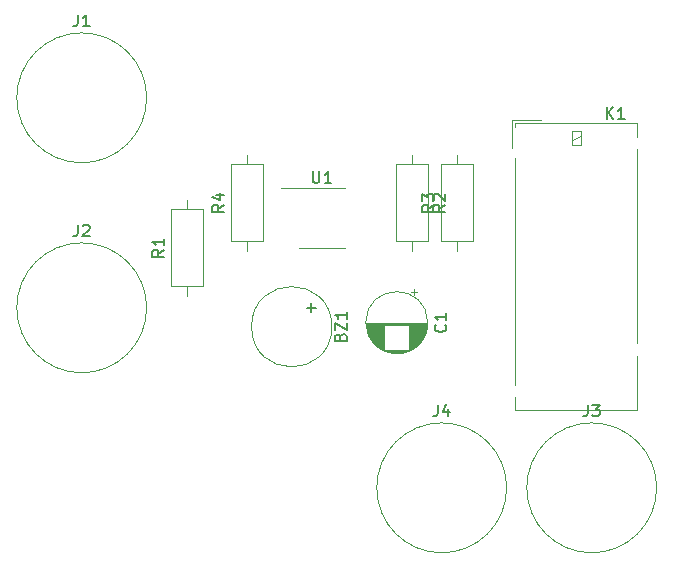
<source format=gto>
%TF.GenerationSoftware,KiCad,Pcbnew,(5.1.9)-1*%
%TF.CreationDate,2021-03-21T23:44:43+05:30*%
%TF.ProjectId,Water Level Controller using 555,57617465-7220-44c6-9576-656c20436f6e,rev?*%
%TF.SameCoordinates,Original*%
%TF.FileFunction,Legend,Top*%
%TF.FilePolarity,Positive*%
%FSLAX46Y46*%
G04 Gerber Fmt 4.6, Leading zero omitted, Abs format (unit mm)*
G04 Created by KiCad (PCBNEW (5.1.9)-1) date 2021-03-21 23:44:43*
%MOMM*%
%LPD*%
G01*
G04 APERTURE LIST*
%ADD10C,0.120000*%
%ADD11C,0.150000*%
G04 APERTURE END LIST*
D10*
%TO.C,K1*%
X154810000Y-63120000D02*
X154810000Y-63460000D01*
X154810000Y-87420000D02*
X154810000Y-86280000D01*
X165100000Y-82820000D02*
X165110000Y-87420000D01*
X165110000Y-63120000D02*
X165110000Y-64260000D01*
X154560000Y-62870000D02*
X156960000Y-62870000D01*
X154560000Y-65210000D02*
X154560000Y-62870000D01*
X159660000Y-64970000D02*
X160360000Y-64970000D01*
X159660000Y-63770000D02*
X159660000Y-64970000D01*
X160360000Y-63770000D02*
X159660000Y-63770000D01*
X160360000Y-64970000D02*
X160360000Y-63770000D01*
X159660000Y-64570000D02*
X160360000Y-64170000D01*
X165110000Y-87420000D02*
X154810000Y-87420000D01*
X154810000Y-66080000D02*
X154810000Y-85260000D01*
X165110000Y-63120000D02*
X154810000Y-63120000D01*
X165110000Y-65280000D02*
X165110000Y-81760000D01*
%TO.C,BZ1*%
X139290000Y-80340000D02*
G75*
G03*
X139290000Y-80340000I-3400000J0D01*
G01*
%TO.C,C1*%
X147400000Y-79990000D02*
G75*
G03*
X147400000Y-79990000I-2620000J0D01*
G01*
X147360000Y-79990000D02*
X142200000Y-79990000D01*
X147360000Y-80030000D02*
X142200000Y-80030000D01*
X147359000Y-80070000D02*
X142201000Y-80070000D01*
X147358000Y-80110000D02*
X142202000Y-80110000D01*
X147356000Y-80150000D02*
X142204000Y-80150000D01*
X147353000Y-80190000D02*
X142207000Y-80190000D01*
X147349000Y-80230000D02*
X145820000Y-80230000D01*
X143740000Y-80230000D02*
X142211000Y-80230000D01*
X147345000Y-80270000D02*
X145820000Y-80270000D01*
X143740000Y-80270000D02*
X142215000Y-80270000D01*
X147341000Y-80310000D02*
X145820000Y-80310000D01*
X143740000Y-80310000D02*
X142219000Y-80310000D01*
X147336000Y-80350000D02*
X145820000Y-80350000D01*
X143740000Y-80350000D02*
X142224000Y-80350000D01*
X147330000Y-80390000D02*
X145820000Y-80390000D01*
X143740000Y-80390000D02*
X142230000Y-80390000D01*
X147323000Y-80430000D02*
X145820000Y-80430000D01*
X143740000Y-80430000D02*
X142237000Y-80430000D01*
X147316000Y-80470000D02*
X145820000Y-80470000D01*
X143740000Y-80470000D02*
X142244000Y-80470000D01*
X147308000Y-80510000D02*
X145820000Y-80510000D01*
X143740000Y-80510000D02*
X142252000Y-80510000D01*
X147300000Y-80550000D02*
X145820000Y-80550000D01*
X143740000Y-80550000D02*
X142260000Y-80550000D01*
X147291000Y-80590000D02*
X145820000Y-80590000D01*
X143740000Y-80590000D02*
X142269000Y-80590000D01*
X147281000Y-80630000D02*
X145820000Y-80630000D01*
X143740000Y-80630000D02*
X142279000Y-80630000D01*
X147271000Y-80670000D02*
X145820000Y-80670000D01*
X143740000Y-80670000D02*
X142289000Y-80670000D01*
X147260000Y-80711000D02*
X145820000Y-80711000D01*
X143740000Y-80711000D02*
X142300000Y-80711000D01*
X147248000Y-80751000D02*
X145820000Y-80751000D01*
X143740000Y-80751000D02*
X142312000Y-80751000D01*
X147235000Y-80791000D02*
X145820000Y-80791000D01*
X143740000Y-80791000D02*
X142325000Y-80791000D01*
X147222000Y-80831000D02*
X145820000Y-80831000D01*
X143740000Y-80831000D02*
X142338000Y-80831000D01*
X147208000Y-80871000D02*
X145820000Y-80871000D01*
X143740000Y-80871000D02*
X142352000Y-80871000D01*
X147194000Y-80911000D02*
X145820000Y-80911000D01*
X143740000Y-80911000D02*
X142366000Y-80911000D01*
X147178000Y-80951000D02*
X145820000Y-80951000D01*
X143740000Y-80951000D02*
X142382000Y-80951000D01*
X147162000Y-80991000D02*
X145820000Y-80991000D01*
X143740000Y-80991000D02*
X142398000Y-80991000D01*
X147145000Y-81031000D02*
X145820000Y-81031000D01*
X143740000Y-81031000D02*
X142415000Y-81031000D01*
X147128000Y-81071000D02*
X145820000Y-81071000D01*
X143740000Y-81071000D02*
X142432000Y-81071000D01*
X147109000Y-81111000D02*
X145820000Y-81111000D01*
X143740000Y-81111000D02*
X142451000Y-81111000D01*
X147090000Y-81151000D02*
X145820000Y-81151000D01*
X143740000Y-81151000D02*
X142470000Y-81151000D01*
X147070000Y-81191000D02*
X145820000Y-81191000D01*
X143740000Y-81191000D02*
X142490000Y-81191000D01*
X147048000Y-81231000D02*
X145820000Y-81231000D01*
X143740000Y-81231000D02*
X142512000Y-81231000D01*
X147027000Y-81271000D02*
X145820000Y-81271000D01*
X143740000Y-81271000D02*
X142533000Y-81271000D01*
X147004000Y-81311000D02*
X145820000Y-81311000D01*
X143740000Y-81311000D02*
X142556000Y-81311000D01*
X146980000Y-81351000D02*
X145820000Y-81351000D01*
X143740000Y-81351000D02*
X142580000Y-81351000D01*
X146955000Y-81391000D02*
X145820000Y-81391000D01*
X143740000Y-81391000D02*
X142605000Y-81391000D01*
X146929000Y-81431000D02*
X145820000Y-81431000D01*
X143740000Y-81431000D02*
X142631000Y-81431000D01*
X146902000Y-81471000D02*
X145820000Y-81471000D01*
X143740000Y-81471000D02*
X142658000Y-81471000D01*
X146875000Y-81511000D02*
X145820000Y-81511000D01*
X143740000Y-81511000D02*
X142685000Y-81511000D01*
X146845000Y-81551000D02*
X145820000Y-81551000D01*
X143740000Y-81551000D02*
X142715000Y-81551000D01*
X146815000Y-81591000D02*
X145820000Y-81591000D01*
X143740000Y-81591000D02*
X142745000Y-81591000D01*
X146784000Y-81631000D02*
X145820000Y-81631000D01*
X143740000Y-81631000D02*
X142776000Y-81631000D01*
X146751000Y-81671000D02*
X145820000Y-81671000D01*
X143740000Y-81671000D02*
X142809000Y-81671000D01*
X146717000Y-81711000D02*
X145820000Y-81711000D01*
X143740000Y-81711000D02*
X142843000Y-81711000D01*
X146681000Y-81751000D02*
X145820000Y-81751000D01*
X143740000Y-81751000D02*
X142879000Y-81751000D01*
X146644000Y-81791000D02*
X145820000Y-81791000D01*
X143740000Y-81791000D02*
X142916000Y-81791000D01*
X146606000Y-81831000D02*
X145820000Y-81831000D01*
X143740000Y-81831000D02*
X142954000Y-81831000D01*
X146565000Y-81871000D02*
X145820000Y-81871000D01*
X143740000Y-81871000D02*
X142995000Y-81871000D01*
X146523000Y-81911000D02*
X145820000Y-81911000D01*
X143740000Y-81911000D02*
X143037000Y-81911000D01*
X146479000Y-81951000D02*
X145820000Y-81951000D01*
X143740000Y-81951000D02*
X143081000Y-81951000D01*
X146433000Y-81991000D02*
X145820000Y-81991000D01*
X143740000Y-81991000D02*
X143127000Y-81991000D01*
X146385000Y-82031000D02*
X145820000Y-82031000D01*
X143740000Y-82031000D02*
X143175000Y-82031000D01*
X146334000Y-82071000D02*
X145820000Y-82071000D01*
X143740000Y-82071000D02*
X143226000Y-82071000D01*
X146280000Y-82111000D02*
X145820000Y-82111000D01*
X143740000Y-82111000D02*
X143280000Y-82111000D01*
X146223000Y-82151000D02*
X145820000Y-82151000D01*
X143740000Y-82151000D02*
X143337000Y-82151000D01*
X146163000Y-82191000D02*
X145820000Y-82191000D01*
X143740000Y-82191000D02*
X143397000Y-82191000D01*
X146099000Y-82231000D02*
X145820000Y-82231000D01*
X143740000Y-82231000D02*
X143461000Y-82231000D01*
X146031000Y-82271000D02*
X145820000Y-82271000D01*
X143740000Y-82271000D02*
X143529000Y-82271000D01*
X145958000Y-82311000D02*
X143602000Y-82311000D01*
X145878000Y-82351000D02*
X143682000Y-82351000D01*
X145791000Y-82391000D02*
X143769000Y-82391000D01*
X145695000Y-82431000D02*
X143865000Y-82431000D01*
X145585000Y-82471000D02*
X143975000Y-82471000D01*
X145457000Y-82511000D02*
X144103000Y-82511000D01*
X145298000Y-82551000D02*
X144262000Y-82551000D01*
X145064000Y-82591000D02*
X144496000Y-82591000D01*
X146255000Y-77185225D02*
X146255000Y-77685225D01*
X146505000Y-77435225D02*
X146005000Y-77435225D01*
%TO.C,J1*%
X123610000Y-60960000D02*
G75*
G03*
X123610000Y-60960000I-5500000J0D01*
G01*
%TO.C,J2*%
X123610000Y-78740000D02*
G75*
G03*
X123610000Y-78740000I-5500000J0D01*
G01*
%TO.C,R1*%
X125630000Y-76930000D02*
X128370000Y-76930000D01*
X128370000Y-76930000D02*
X128370000Y-70390000D01*
X128370000Y-70390000D02*
X125630000Y-70390000D01*
X125630000Y-70390000D02*
X125630000Y-76930000D01*
X127000000Y-77700000D02*
X127000000Y-76930000D01*
X127000000Y-69620000D02*
X127000000Y-70390000D01*
%TO.C,R2*%
X146050000Y-73890000D02*
X146050000Y-73120000D01*
X146050000Y-65810000D02*
X146050000Y-66580000D01*
X147420000Y-73120000D02*
X147420000Y-66580000D01*
X144680000Y-73120000D02*
X147420000Y-73120000D01*
X144680000Y-66580000D02*
X144680000Y-73120000D01*
X147420000Y-66580000D02*
X144680000Y-66580000D01*
%TO.C,R3*%
X148490000Y-73120000D02*
X151230000Y-73120000D01*
X151230000Y-73120000D02*
X151230000Y-66580000D01*
X151230000Y-66580000D02*
X148490000Y-66580000D01*
X148490000Y-66580000D02*
X148490000Y-73120000D01*
X149860000Y-73890000D02*
X149860000Y-73120000D01*
X149860000Y-65810000D02*
X149860000Y-66580000D01*
%TO.C,R4*%
X132080000Y-65810000D02*
X132080000Y-66580000D01*
X132080000Y-73890000D02*
X132080000Y-73120000D01*
X130710000Y-66580000D02*
X130710000Y-73120000D01*
X133450000Y-66580000D02*
X130710000Y-66580000D01*
X133450000Y-73120000D02*
X133450000Y-66580000D01*
X130710000Y-73120000D02*
X133450000Y-73120000D01*
%TO.C,U1*%
X138430000Y-73680000D02*
X140380000Y-73680000D01*
X138430000Y-73680000D02*
X136480000Y-73680000D01*
X138430000Y-68560000D02*
X140380000Y-68560000D01*
X138430000Y-68560000D02*
X134980000Y-68560000D01*
%TO.C,J3*%
X166790000Y-93980000D02*
G75*
G03*
X166790000Y-93980000I-5500000J0D01*
G01*
%TO.C,J4*%
X154090000Y-93980000D02*
G75*
G03*
X154090000Y-93980000I-5500000J0D01*
G01*
%TO.C,K1*%
D11*
X162551904Y-62762380D02*
X162551904Y-61762380D01*
X163123333Y-62762380D02*
X162694761Y-62190952D01*
X163123333Y-61762380D02*
X162551904Y-62333809D01*
X164075714Y-62762380D02*
X163504285Y-62762380D01*
X163790000Y-62762380D02*
X163790000Y-61762380D01*
X163694761Y-61905238D01*
X163599523Y-62000476D01*
X163504285Y-62048095D01*
%TO.C,BZ1*%
X140018571Y-81220952D02*
X140066190Y-81078095D01*
X140113809Y-81030476D01*
X140209047Y-80982857D01*
X140351904Y-80982857D01*
X140447142Y-81030476D01*
X140494761Y-81078095D01*
X140542380Y-81173333D01*
X140542380Y-81554285D01*
X139542380Y-81554285D01*
X139542380Y-81220952D01*
X139590000Y-81125714D01*
X139637619Y-81078095D01*
X139732857Y-81030476D01*
X139828095Y-81030476D01*
X139923333Y-81078095D01*
X139970952Y-81125714D01*
X140018571Y-81220952D01*
X140018571Y-81554285D01*
X139542380Y-80649523D02*
X139542380Y-79982857D01*
X140542380Y-80649523D01*
X140542380Y-79982857D01*
X140542380Y-79078095D02*
X140542380Y-79649523D01*
X140542380Y-79363809D02*
X139542380Y-79363809D01*
X139685238Y-79459047D01*
X139780476Y-79554285D01*
X139828095Y-79649523D01*
X137561428Y-79120952D02*
X137561428Y-78359047D01*
X137942380Y-78740000D02*
X137180476Y-78740000D01*
%TO.C,C1*%
X148887142Y-80156666D02*
X148934761Y-80204285D01*
X148982380Y-80347142D01*
X148982380Y-80442380D01*
X148934761Y-80585238D01*
X148839523Y-80680476D01*
X148744285Y-80728095D01*
X148553809Y-80775714D01*
X148410952Y-80775714D01*
X148220476Y-80728095D01*
X148125238Y-80680476D01*
X148030000Y-80585238D01*
X147982380Y-80442380D01*
X147982380Y-80347142D01*
X148030000Y-80204285D01*
X148077619Y-80156666D01*
X148982380Y-79204285D02*
X148982380Y-79775714D01*
X148982380Y-79490000D02*
X147982380Y-79490000D01*
X148125238Y-79585238D01*
X148220476Y-79680476D01*
X148268095Y-79775714D01*
%TO.C,J1*%
X117776666Y-53912380D02*
X117776666Y-54626666D01*
X117729047Y-54769523D01*
X117633809Y-54864761D01*
X117490952Y-54912380D01*
X117395714Y-54912380D01*
X118776666Y-54912380D02*
X118205238Y-54912380D01*
X118490952Y-54912380D02*
X118490952Y-53912380D01*
X118395714Y-54055238D01*
X118300476Y-54150476D01*
X118205238Y-54198095D01*
%TO.C,J2*%
X117776666Y-71692380D02*
X117776666Y-72406666D01*
X117729047Y-72549523D01*
X117633809Y-72644761D01*
X117490952Y-72692380D01*
X117395714Y-72692380D01*
X118205238Y-71787619D02*
X118252857Y-71740000D01*
X118348095Y-71692380D01*
X118586190Y-71692380D01*
X118681428Y-71740000D01*
X118729047Y-71787619D01*
X118776666Y-71882857D01*
X118776666Y-71978095D01*
X118729047Y-72120952D01*
X118157619Y-72692380D01*
X118776666Y-72692380D01*
%TO.C,R1*%
X125082380Y-73826666D02*
X124606190Y-74160000D01*
X125082380Y-74398095D02*
X124082380Y-74398095D01*
X124082380Y-74017142D01*
X124130000Y-73921904D01*
X124177619Y-73874285D01*
X124272857Y-73826666D01*
X124415714Y-73826666D01*
X124510952Y-73874285D01*
X124558571Y-73921904D01*
X124606190Y-74017142D01*
X124606190Y-74398095D01*
X125082380Y-72874285D02*
X125082380Y-73445714D01*
X125082380Y-73160000D02*
X124082380Y-73160000D01*
X124225238Y-73255238D01*
X124320476Y-73350476D01*
X124368095Y-73445714D01*
%TO.C,R2*%
X148872380Y-70016666D02*
X148396190Y-70350000D01*
X148872380Y-70588095D02*
X147872380Y-70588095D01*
X147872380Y-70207142D01*
X147920000Y-70111904D01*
X147967619Y-70064285D01*
X148062857Y-70016666D01*
X148205714Y-70016666D01*
X148300952Y-70064285D01*
X148348571Y-70111904D01*
X148396190Y-70207142D01*
X148396190Y-70588095D01*
X147967619Y-69635714D02*
X147920000Y-69588095D01*
X147872380Y-69492857D01*
X147872380Y-69254761D01*
X147920000Y-69159523D01*
X147967619Y-69111904D01*
X148062857Y-69064285D01*
X148158095Y-69064285D01*
X148300952Y-69111904D01*
X148872380Y-69683333D01*
X148872380Y-69064285D01*
%TO.C,R3*%
X147942380Y-70016666D02*
X147466190Y-70350000D01*
X147942380Y-70588095D02*
X146942380Y-70588095D01*
X146942380Y-70207142D01*
X146990000Y-70111904D01*
X147037619Y-70064285D01*
X147132857Y-70016666D01*
X147275714Y-70016666D01*
X147370952Y-70064285D01*
X147418571Y-70111904D01*
X147466190Y-70207142D01*
X147466190Y-70588095D01*
X146942380Y-69683333D02*
X146942380Y-69064285D01*
X147323333Y-69397619D01*
X147323333Y-69254761D01*
X147370952Y-69159523D01*
X147418571Y-69111904D01*
X147513809Y-69064285D01*
X147751904Y-69064285D01*
X147847142Y-69111904D01*
X147894761Y-69159523D01*
X147942380Y-69254761D01*
X147942380Y-69540476D01*
X147894761Y-69635714D01*
X147847142Y-69683333D01*
%TO.C,R4*%
X130162380Y-70016666D02*
X129686190Y-70350000D01*
X130162380Y-70588095D02*
X129162380Y-70588095D01*
X129162380Y-70207142D01*
X129210000Y-70111904D01*
X129257619Y-70064285D01*
X129352857Y-70016666D01*
X129495714Y-70016666D01*
X129590952Y-70064285D01*
X129638571Y-70111904D01*
X129686190Y-70207142D01*
X129686190Y-70588095D01*
X129495714Y-69159523D02*
X130162380Y-69159523D01*
X129114761Y-69397619D02*
X129829047Y-69635714D01*
X129829047Y-69016666D01*
%TO.C,U1*%
X137668095Y-67172380D02*
X137668095Y-67981904D01*
X137715714Y-68077142D01*
X137763333Y-68124761D01*
X137858571Y-68172380D01*
X138049047Y-68172380D01*
X138144285Y-68124761D01*
X138191904Y-68077142D01*
X138239523Y-67981904D01*
X138239523Y-67172380D01*
X139239523Y-68172380D02*
X138668095Y-68172380D01*
X138953809Y-68172380D02*
X138953809Y-67172380D01*
X138858571Y-67315238D01*
X138763333Y-67410476D01*
X138668095Y-67458095D01*
%TO.C,J3*%
X160956666Y-86932380D02*
X160956666Y-87646666D01*
X160909047Y-87789523D01*
X160813809Y-87884761D01*
X160670952Y-87932380D01*
X160575714Y-87932380D01*
X161337619Y-86932380D02*
X161956666Y-86932380D01*
X161623333Y-87313333D01*
X161766190Y-87313333D01*
X161861428Y-87360952D01*
X161909047Y-87408571D01*
X161956666Y-87503809D01*
X161956666Y-87741904D01*
X161909047Y-87837142D01*
X161861428Y-87884761D01*
X161766190Y-87932380D01*
X161480476Y-87932380D01*
X161385238Y-87884761D01*
X161337619Y-87837142D01*
%TO.C,J4*%
X148256666Y-86932380D02*
X148256666Y-87646666D01*
X148209047Y-87789523D01*
X148113809Y-87884761D01*
X147970952Y-87932380D01*
X147875714Y-87932380D01*
X149161428Y-87265714D02*
X149161428Y-87932380D01*
X148923333Y-86884761D02*
X148685238Y-87599047D01*
X149304285Y-87599047D01*
%TD*%
M02*

</source>
